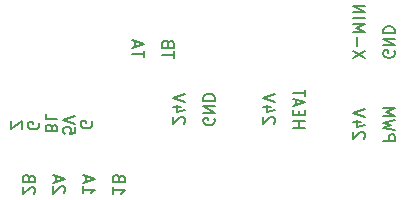
<source format=gbr>
G04 #@! TF.GenerationSoftware,KiCad,Pcbnew,(5.1.4)-1*
G04 #@! TF.CreationDate,2019-09-08T23:13:03+02:00*
G04 #@! TF.ProjectId,wanhao extruder pcb,77616e68-616f-4206-9578-747275646572,rev?*
G04 #@! TF.SameCoordinates,PXbb169cePY653deea*
G04 #@! TF.FileFunction,Legend,Bot*
G04 #@! TF.FilePolarity,Positive*
%FSLAX46Y46*%
G04 Gerber Fmt 4.6, Leading zero omitted, Abs format (unit mm)*
G04 Created by KiCad (PCBNEW (5.1.4)-1) date 2019-09-08 23:13:03*
%MOMM*%
%LPD*%
G04 APERTURE LIST*
%ADD10C,0.150000*%
G04 APERTURE END LIST*
D10*
X-4682865Y12009097D02*
X-5682865Y12675764D01*
X-4682865Y12675764D02*
X-5682865Y12009097D01*
X-5301913Y13056716D02*
X-5301913Y13818621D01*
X-5682865Y14294811D02*
X-4682865Y14294811D01*
X-5397151Y14628145D01*
X-4682865Y14961478D01*
X-5682865Y14961478D01*
X-5682865Y15437669D02*
X-4682865Y15437669D01*
X-5682865Y15913859D02*
X-4682865Y15913859D01*
X-5682865Y16485288D01*
X-4682865Y16485288D01*
X-2190484Y12643907D02*
X-2142865Y12548669D01*
X-2142865Y12405811D01*
X-2190484Y12262954D01*
X-2285723Y12167716D01*
X-2380961Y12120097D01*
X-2571437Y12072478D01*
X-2714294Y12072478D01*
X-2904770Y12120097D01*
X-3000008Y12167716D01*
X-3095246Y12262954D01*
X-3142865Y12405811D01*
X-3142865Y12501050D01*
X-3095246Y12643907D01*
X-3047627Y12691526D01*
X-2714294Y12691526D01*
X-2714294Y12501050D01*
X-3142865Y13120097D02*
X-2142865Y13120097D01*
X-3142865Y13691526D01*
X-2142865Y13691526D01*
X-3142865Y14167716D02*
X-2142865Y14167716D01*
X-2142865Y14405811D01*
X-2190484Y14548669D01*
X-2285723Y14643907D01*
X-2380961Y14691526D01*
X-2571437Y14739145D01*
X-2714294Y14739145D01*
X-2904770Y14691526D01*
X-3000008Y14643907D01*
X-3095246Y14548669D01*
X-3142865Y14405811D01*
X-3142865Y14167716D01*
X-23390736Y12105419D02*
X-23390736Y12676847D01*
X-24390736Y12391133D02*
X-23390736Y12391133D01*
X-24105022Y12962562D02*
X-24105022Y13438752D01*
X-24390736Y12867324D02*
X-23390736Y13200657D01*
X-24390736Y13533990D01*
X-20850736Y12033990D02*
X-20850736Y12605419D01*
X-21850736Y12319704D02*
X-20850736Y12319704D01*
X-21326927Y13272085D02*
X-21374546Y13414943D01*
X-21422165Y13462562D01*
X-21517403Y13510181D01*
X-21660260Y13510181D01*
X-21755498Y13462562D01*
X-21803117Y13414943D01*
X-21850736Y13319704D01*
X-21850736Y12938752D01*
X-20850736Y12938752D01*
X-20850736Y13272085D01*
X-20898355Y13367324D01*
X-20945975Y13414943D01*
X-21041213Y13462562D01*
X-21136451Y13462562D01*
X-21231689Y13414943D01*
X-21279308Y13367324D01*
X-21326927Y13272085D01*
X-21326927Y12938752D01*
X-33675730Y6055947D02*
X-33675730Y6722614D01*
X-34675730Y6055947D01*
X-34675730Y6722614D01*
X-32272915Y6588123D02*
X-32225296Y6492885D01*
X-32225296Y6350028D01*
X-32272915Y6207171D01*
X-32368154Y6111933D01*
X-32463392Y6064314D01*
X-32653868Y6016695D01*
X-32796725Y6016695D01*
X-32987201Y6064314D01*
X-33082439Y6111933D01*
X-33177677Y6207171D01*
X-33225296Y6350028D01*
X-33225296Y6445266D01*
X-33177677Y6588123D01*
X-33130058Y6635742D01*
X-32796725Y6635742D01*
X-32796725Y6445266D01*
X-31187991Y6182072D02*
X-31235610Y6324929D01*
X-31283229Y6372548D01*
X-31378467Y6420167D01*
X-31521324Y6420167D01*
X-31616562Y6372548D01*
X-31664181Y6324929D01*
X-31711800Y6229691D01*
X-31711800Y5848739D01*
X-30711800Y5848739D01*
X-30711800Y6182072D01*
X-30759419Y6277310D01*
X-30807039Y6324929D01*
X-30902277Y6372548D01*
X-30997515Y6372548D01*
X-31092753Y6324929D01*
X-31140372Y6277310D01*
X-31187991Y6182072D01*
X-31187991Y5848739D01*
X-31711800Y7324929D02*
X-31711800Y6848739D01*
X-30711800Y6848739D01*
X-29198303Y6167273D02*
X-29198303Y5691083D01*
X-29674494Y5643464D01*
X-29626875Y5691083D01*
X-29579256Y5786321D01*
X-29579256Y6024416D01*
X-29626875Y6119654D01*
X-29674494Y6167273D01*
X-29769732Y6214892D01*
X-30007827Y6214892D01*
X-30103065Y6167273D01*
X-30150684Y6119654D01*
X-30198303Y6024416D01*
X-30198303Y5786321D01*
X-30150684Y5691083D01*
X-30103065Y5643464D01*
X-29198303Y6500607D02*
X-30198303Y6833940D01*
X-29198303Y7167273D01*
X-27795488Y6682717D02*
X-27747869Y6587479D01*
X-27747869Y6444622D01*
X-27795488Y6301765D01*
X-27890727Y6206527D01*
X-27985965Y6158908D01*
X-28176441Y6111289D01*
X-28319298Y6111289D01*
X-28509774Y6158908D01*
X-28605012Y6206527D01*
X-28700250Y6301765D01*
X-28747869Y6444622D01*
X-28747869Y6539860D01*
X-28700250Y6682717D01*
X-28652631Y6730336D01*
X-28319298Y6730336D01*
X-28319298Y6539860D01*
X-32718104Y555097D02*
X-32670484Y602716D01*
X-32622865Y697954D01*
X-32622865Y936050D01*
X-32670484Y1031288D01*
X-32718104Y1078907D01*
X-32813342Y1126526D01*
X-32908580Y1126526D01*
X-33051437Y1078907D01*
X-33622865Y507478D01*
X-33622865Y1126526D01*
X-33099056Y1888431D02*
X-33146675Y2031288D01*
X-33194294Y2078907D01*
X-33289532Y2126526D01*
X-33432389Y2126526D01*
X-33527627Y2078907D01*
X-33575246Y2031288D01*
X-33622865Y1936050D01*
X-33622865Y1555097D01*
X-32622865Y1555097D01*
X-32622865Y1888431D01*
X-32670484Y1983669D01*
X-32718104Y2031288D01*
X-32813342Y2078907D01*
X-32908580Y2078907D01*
X-33003818Y2031288D01*
X-33051437Y1983669D01*
X-33099056Y1888431D01*
X-33099056Y1555097D01*
X-30178104Y626526D02*
X-30130484Y674145D01*
X-30082865Y769383D01*
X-30082865Y1007478D01*
X-30130484Y1102716D01*
X-30178104Y1150335D01*
X-30273342Y1197954D01*
X-30368580Y1197954D01*
X-30511437Y1150335D01*
X-31082865Y578907D01*
X-31082865Y1197954D01*
X-30797151Y1578907D02*
X-30797151Y2055097D01*
X-31082865Y1483669D02*
X-30082865Y1817002D01*
X-31082865Y2150335D01*
X-28542865Y1197954D02*
X-28542865Y626526D01*
X-28542865Y912240D02*
X-27542865Y912240D01*
X-27685723Y817002D01*
X-27780961Y721764D01*
X-27828580Y626526D01*
X-28257151Y1578907D02*
X-28257151Y2055097D01*
X-28542865Y1483669D02*
X-27542865Y1817002D01*
X-28542865Y2150335D01*
X-26002865Y1126526D02*
X-26002865Y555097D01*
X-26002865Y840811D02*
X-25002865Y840811D01*
X-25145723Y745573D01*
X-25240961Y650335D01*
X-25288580Y555097D01*
X-25479056Y1888431D02*
X-25526675Y2031288D01*
X-25574294Y2078907D01*
X-25669532Y2126526D01*
X-25812389Y2126526D01*
X-25907627Y2078907D01*
X-25955246Y2031288D01*
X-26002865Y1936050D01*
X-26002865Y1555097D01*
X-25002865Y1555097D01*
X-25002865Y1888431D01*
X-25050484Y1983669D01*
X-25098104Y2031288D01*
X-25193342Y2078907D01*
X-25288580Y2078907D01*
X-25383818Y2031288D01*
X-25431437Y1983669D01*
X-25479056Y1888431D01*
X-25479056Y1555097D01*
X-20018104Y6500335D02*
X-19970484Y6547954D01*
X-19922865Y6643192D01*
X-19922865Y6881288D01*
X-19970484Y6976526D01*
X-20018104Y7024145D01*
X-20113342Y7071764D01*
X-20208580Y7071764D01*
X-20351437Y7024145D01*
X-20922865Y6452716D01*
X-20922865Y7071764D01*
X-20256199Y7928907D02*
X-20922865Y7928907D01*
X-19875246Y7690811D02*
X-20589532Y7452716D01*
X-20589532Y8071764D01*
X-19922865Y8309859D02*
X-20922865Y8643192D01*
X-19922865Y8976526D01*
X-17430484Y6928907D02*
X-17382865Y6833669D01*
X-17382865Y6690811D01*
X-17430484Y6547954D01*
X-17525723Y6452716D01*
X-17620961Y6405097D01*
X-17811437Y6357478D01*
X-17954294Y6357478D01*
X-18144770Y6405097D01*
X-18240008Y6452716D01*
X-18335246Y6547954D01*
X-18382865Y6690811D01*
X-18382865Y6786050D01*
X-18335246Y6928907D01*
X-18287627Y6976526D01*
X-17954294Y6976526D01*
X-17954294Y6786050D01*
X-18382865Y7405097D02*
X-17382865Y7405097D01*
X-18382865Y7976526D01*
X-17382865Y7976526D01*
X-18382865Y8452716D02*
X-17382865Y8452716D01*
X-17382865Y8690811D01*
X-17430484Y8833669D01*
X-17525723Y8928907D01*
X-17620961Y8976526D01*
X-17811437Y9024145D01*
X-17954294Y9024145D01*
X-18144770Y8976526D01*
X-18240008Y8928907D01*
X-18335246Y8833669D01*
X-18382865Y8690811D01*
X-18382865Y8452716D01*
X-12398104Y6500335D02*
X-12350484Y6547954D01*
X-12302865Y6643192D01*
X-12302865Y6881288D01*
X-12350484Y6976526D01*
X-12398104Y7024145D01*
X-12493342Y7071764D01*
X-12588580Y7071764D01*
X-12731437Y7024145D01*
X-13302865Y6452716D01*
X-13302865Y7071764D01*
X-12636199Y7928907D02*
X-13302865Y7928907D01*
X-12255246Y7690811D02*
X-12969532Y7452716D01*
X-12969532Y8071764D01*
X-12302865Y8309859D02*
X-13302865Y8643192D01*
X-12302865Y8976526D01*
X-10762865Y6143192D02*
X-9762865Y6143192D01*
X-10239056Y6143192D02*
X-10239056Y6714621D01*
X-10762865Y6714621D02*
X-9762865Y6714621D01*
X-10239056Y7190811D02*
X-10239056Y7524145D01*
X-10762865Y7667002D02*
X-10762865Y7190811D01*
X-9762865Y7190811D01*
X-9762865Y7667002D01*
X-10477151Y8047954D02*
X-10477151Y8524145D01*
X-10762865Y7952716D02*
X-9762865Y8286050D01*
X-10762865Y8619383D01*
X-9762865Y8809859D02*
X-9762865Y9381288D01*
X-10762865Y9095573D02*
X-9762865Y9095573D01*
X-4778104Y5230335D02*
X-4730484Y5277954D01*
X-4682865Y5373192D01*
X-4682865Y5611288D01*
X-4730484Y5706526D01*
X-4778104Y5754145D01*
X-4873342Y5801764D01*
X-4968580Y5801764D01*
X-5111437Y5754145D01*
X-5682865Y5182716D01*
X-5682865Y5801764D01*
X-5016199Y6658907D02*
X-5682865Y6658907D01*
X-4635246Y6420811D02*
X-5349532Y6182716D01*
X-5349532Y6801764D01*
X-4682865Y7039859D02*
X-5682865Y7373192D01*
X-4682865Y7706526D01*
X-3142865Y5016050D02*
X-2142865Y5016050D01*
X-2142865Y5397002D01*
X-2190484Y5492240D01*
X-2238104Y5539859D01*
X-2333342Y5587478D01*
X-2476199Y5587478D01*
X-2571437Y5539859D01*
X-2619056Y5492240D01*
X-2666675Y5397002D01*
X-2666675Y5016050D01*
X-2142865Y5920811D02*
X-3142865Y6158907D01*
X-2428580Y6349383D01*
X-3142865Y6539859D01*
X-2142865Y6777954D01*
X-3142865Y7158907D02*
X-2142865Y7158907D01*
X-2857151Y7492240D01*
X-2142865Y7825573D01*
X-3142865Y7825573D01*
M02*

</source>
